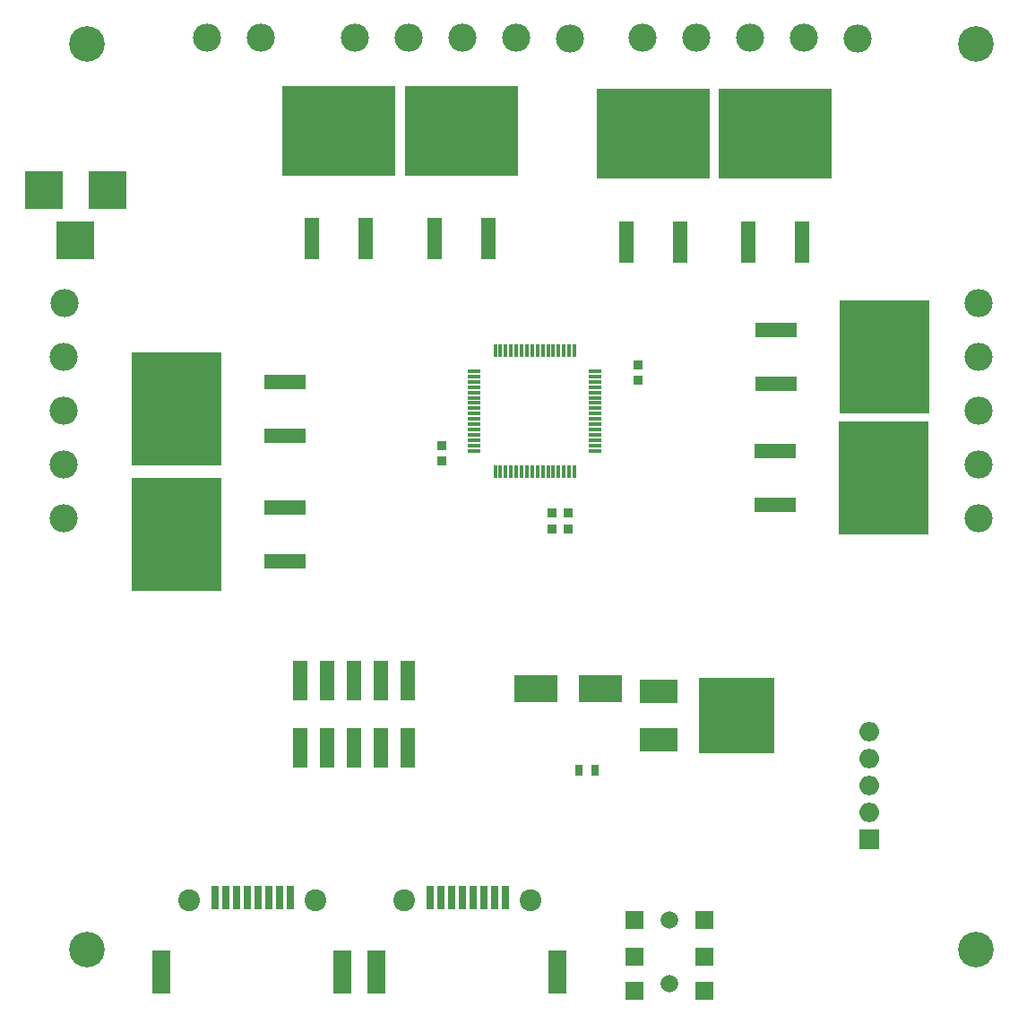
<source format=gts>
G04 #@! TF.FileFunction,Soldermask,Top*
%FSLAX46Y46*%
G04 Gerber Fmt 4.6, Leading zero omitted, Abs format (unit mm)*
G04 Created by KiCad (PCBNEW 4.0.4-stable) date 03/10/17 08:23:15*
%MOMM*%
%LPD*%
G01*
G04 APERTURE LIST*
%ADD10C,0.100000*%
%ADD11R,0.410000X1.160000*%
%ADD12R,1.160000X0.410000*%
%ADD13R,1.360000X3.960000*%
%ADD14R,10.650000X8.540000*%
%ADD15R,1.430000X3.760000*%
%ADD16R,1.660000X4.160000*%
%ADD17C,1.060000*%
%ADD18C,2.060000*%
%ADD19R,0.760000X2.260000*%
%ADD20R,3.660120X3.660120*%
%ADD21C,3.360000*%
%ADD22R,4.160000X2.660000*%
%ADD23R,0.960000X0.910000*%
%ADD24R,0.910000X0.960000*%
%ADD25C,2.660000*%
%ADD26R,1.860000X1.860000*%
%ADD27O,1.860000X1.860000*%
%ADD28R,3.960000X1.360000*%
%ADD29R,8.540000X10.650000*%
%ADD30R,0.660000X1.060000*%
%ADD31R,3.660000X2.160000*%
%ADD32R,7.160000X7.160000*%
%ADD33C,1.660000*%
%ADD34R,1.660000X1.660000*%
G04 APERTURE END LIST*
D10*
D11*
X176590000Y-109840000D03*
X177090000Y-109840000D03*
X177590000Y-109840000D03*
X178090000Y-109840000D03*
X178590000Y-109840000D03*
X179090000Y-109840000D03*
X179590000Y-109840000D03*
X180090000Y-109840000D03*
X180590000Y-109840000D03*
X181090000Y-109840000D03*
X181590000Y-109840000D03*
X182090000Y-109840000D03*
X182590000Y-109840000D03*
X183090000Y-109840000D03*
X183590000Y-109840000D03*
X184090000Y-109840000D03*
D12*
X186040000Y-107890000D03*
X186040000Y-107390000D03*
X186040000Y-106890000D03*
X186040000Y-106390000D03*
X186040000Y-105890000D03*
X186040000Y-105390000D03*
X186040000Y-104890000D03*
X186040000Y-104390000D03*
X186040000Y-103890000D03*
X186040000Y-103390000D03*
X186040000Y-102890000D03*
X186040000Y-102390000D03*
X186040000Y-101890000D03*
X186040000Y-101390000D03*
X186040000Y-100890000D03*
X186040000Y-100390000D03*
D11*
X184090000Y-98440000D03*
X183590000Y-98440000D03*
X183090000Y-98440000D03*
X182590000Y-98440000D03*
X182090000Y-98440000D03*
X181590000Y-98440000D03*
X181090000Y-98440000D03*
X180590000Y-98440000D03*
X180090000Y-98440000D03*
X179590000Y-98440000D03*
X179090000Y-98440000D03*
X178590000Y-98440000D03*
X178090000Y-98440000D03*
X177590000Y-98440000D03*
X177090000Y-98440000D03*
X176590000Y-98440000D03*
D12*
X174640000Y-100390000D03*
X174640000Y-100890000D03*
X174640000Y-101390000D03*
X174640000Y-101890000D03*
X174640000Y-102390000D03*
X174640000Y-102890000D03*
X174640000Y-103390000D03*
X174640000Y-103890000D03*
X174640000Y-104390000D03*
X174640000Y-104890000D03*
X174640000Y-105390000D03*
X174640000Y-105890000D03*
X174640000Y-106390000D03*
X174640000Y-106890000D03*
X174640000Y-107390000D03*
X174640000Y-107890000D03*
D13*
X205550000Y-88191000D03*
X200470000Y-88191000D03*
D14*
X203010000Y-77978000D03*
D15*
X158178000Y-135978000D03*
X160718000Y-135978000D03*
X163258000Y-135978000D03*
X165798000Y-135978000D03*
X165798000Y-129578000D03*
X163258000Y-129578000D03*
X160718000Y-129578000D03*
X158178000Y-129578000D03*
X168338000Y-135978000D03*
X168338000Y-129578000D03*
D16*
X145036000Y-157106000D03*
D17*
X145036000Y-157106000D03*
D18*
X147636000Y-150366000D03*
X159626000Y-150366000D03*
D19*
X157236000Y-150126000D03*
X156216000Y-150126000D03*
X155196000Y-150126000D03*
X154176000Y-150126000D03*
X153156000Y-150126000D03*
X152136000Y-150126000D03*
X151116000Y-150126000D03*
X150096000Y-150126000D03*
D17*
X162136000Y-157106000D03*
D16*
X162136000Y-157106000D03*
D20*
X139931140Y-83312000D03*
X133931660Y-83312000D03*
X136931400Y-88011000D03*
D21*
X138000000Y-155000000D03*
X222000000Y-155000000D03*
X222000000Y-69500000D03*
D22*
X186502000Y-130366000D03*
X180402000Y-130366000D03*
D23*
X183503000Y-115252000D03*
X182003000Y-115252000D03*
X183503000Y-113728000D03*
X182003000Y-113728000D03*
D24*
X190119000Y-99770000D03*
X190119000Y-101270000D03*
X171514000Y-108890000D03*
X171514000Y-107390000D03*
D16*
X165356000Y-157106000D03*
D17*
X165356000Y-157106000D03*
D18*
X167956000Y-150366000D03*
X179946000Y-150366000D03*
D19*
X177556000Y-150126000D03*
X176536000Y-150126000D03*
X175516000Y-150126000D03*
X174496000Y-150126000D03*
X173476000Y-150126000D03*
X172456000Y-150126000D03*
X171436000Y-150126000D03*
X170416000Y-150126000D03*
D17*
X182456000Y-157106000D03*
D16*
X182456000Y-157106000D03*
D25*
X190500000Y-68921000D03*
X195580000Y-68921000D03*
X200660000Y-68921000D03*
X205740000Y-68921000D03*
X210820000Y-68961000D03*
X149352000Y-68921000D03*
X154432000Y-68921000D03*
X163322000Y-68921000D03*
X168402000Y-68921000D03*
X173482000Y-68921000D03*
X178562000Y-68921000D03*
X183642000Y-68961000D03*
D13*
X194056000Y-88191000D03*
X188976000Y-88191000D03*
D14*
X191516000Y-77978000D03*
D13*
X164338000Y-87873500D03*
X159258000Y-87873500D03*
D14*
X161798000Y-77660500D03*
D13*
X175958000Y-87873500D03*
X170878000Y-87873500D03*
D14*
X173418000Y-77660500D03*
D21*
X138000000Y-69500000D03*
D25*
X222290000Y-93980000D03*
X222290000Y-99060000D03*
X222290000Y-104140000D03*
X222290000Y-109220000D03*
X222250000Y-114300000D03*
D26*
X211963000Y-144590000D03*
D27*
X211963000Y-142050000D03*
X211963000Y-139510000D03*
X211963000Y-136970000D03*
X211963000Y-134430000D03*
D25*
X135850000Y-114300000D03*
X135850000Y-109220000D03*
X135850000Y-104140000D03*
X135850000Y-99060000D03*
X135890000Y-93980000D03*
D28*
X203147000Y-101600000D03*
X203147000Y-96520000D03*
D29*
X213360000Y-99060000D03*
D28*
X156707000Y-113284000D03*
X156707000Y-118364000D03*
D29*
X146494000Y-115824000D03*
D28*
X203083000Y-112966000D03*
X203083000Y-107886000D03*
D29*
X213296000Y-110426000D03*
D28*
X156707000Y-101410000D03*
X156707000Y-106490000D03*
D29*
X146494000Y-103950000D03*
D30*
X184543000Y-138049000D03*
X186043000Y-138049000D03*
D31*
X192007000Y-130616000D03*
X192007000Y-135196000D03*
D32*
X199407000Y-132916000D03*
D33*
X193040000Y-158190000D03*
X193040000Y-152190000D03*
D34*
X189740000Y-158890000D03*
X189740000Y-152190000D03*
X189740000Y-155690000D03*
X196340000Y-158890000D03*
X196340000Y-155690000D03*
X196340000Y-152190000D03*
M02*

</source>
